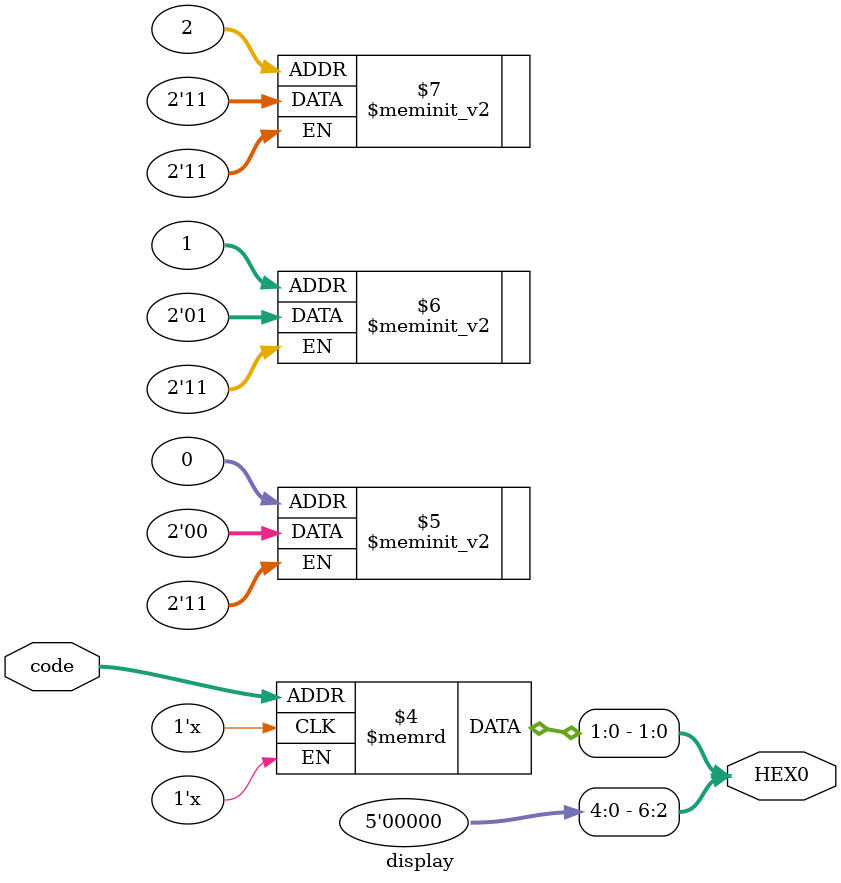
<source format=v>


module display(code, HEX0);
	input [1:0] code;
	output [6:0] HEX0;
	
	reg [1:0] TC4Mag [0:2];
	initial
	begin
	TC4Mag[0] = 7'b0010000; // green
	TC4Mag[1] = 7'b0010001; // yellow
	TC4Mag[2] = 7'b0101111; // red
	
	end
	
	assign HEX0 = TC4Mag[code];

endmodule

</source>
